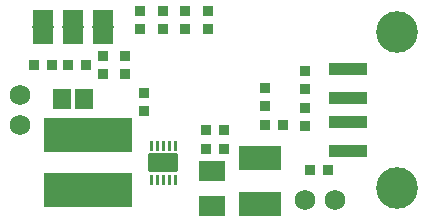
<source format=gts>
G75*
G70*
%OFA0B0*%
%FSLAX24Y24*%
%IPPOS*%
%LPD*%
%AMOC8*
5,1,8,0,0,1.08239X$1,22.5*
%
%ADD10R,0.0592X0.0671*%
%ADD11R,0.0380X0.0380*%
%ADD12R,0.0867X0.0671*%
%ADD13C,0.0680*%
%ADD14C,0.1390*%
%ADD15R,0.1261X0.0434*%
%ADD16R,0.2954X0.1123*%
%ADD17R,0.1419X0.0828*%
%ADD18R,0.0710X0.0540*%
%ADD19R,0.0720X0.0060*%
%ADD20C,0.0039*%
%ADD21C,0.0118*%
D10*
X002556Y004644D03*
X003304Y004644D03*
D11*
X003930Y005469D03*
X003355Y005769D03*
X002755Y005769D03*
X002230Y005769D03*
X001630Y005769D03*
X003930Y006069D03*
X004680Y006069D03*
X004680Y005469D03*
X005305Y004819D03*
X005305Y004219D03*
X007380Y003613D03*
X007980Y003613D03*
X009318Y003769D03*
X009918Y003769D03*
X010680Y003719D03*
X010680Y004319D03*
X010680Y004969D03*
X010680Y005569D03*
X009336Y005006D03*
X009336Y004406D03*
X007974Y002956D03*
X007374Y002956D03*
X010818Y002269D03*
X011418Y002269D03*
X007430Y006969D03*
X006680Y006969D03*
X005930Y006969D03*
X005180Y006969D03*
X005180Y007569D03*
X005930Y007569D03*
X006680Y007569D03*
X007430Y007569D03*
D12*
X007555Y002234D03*
X007555Y001053D03*
D13*
X010680Y001269D03*
X011680Y001269D03*
X001180Y003769D03*
X001180Y004769D03*
D14*
X013749Y006854D03*
X013749Y001684D03*
D15*
X012091Y002891D03*
X012091Y003875D03*
X012091Y004662D03*
X012091Y005647D03*
D16*
X003430Y001603D03*
X003430Y003434D03*
D17*
X009180Y002661D03*
X009180Y001126D03*
D18*
X003930Y006719D03*
X002930Y006719D03*
X001930Y006719D03*
X001930Y007319D03*
X002930Y007319D03*
X003930Y007319D03*
D19*
X003930Y007019D03*
X002930Y007019D03*
X001930Y007019D03*
D20*
X005497Y003247D02*
X005517Y003247D01*
X005517Y002952D01*
X005536Y002952D01*
X005536Y003247D01*
X005556Y003247D01*
X005556Y002952D01*
X005576Y002952D01*
X005576Y003247D01*
X005556Y003247D01*
X005536Y003247D02*
X005517Y003247D01*
X005497Y003247D02*
X005497Y002952D01*
X005517Y002952D01*
X005536Y002952D02*
X005556Y002952D01*
X005694Y002952D02*
X005713Y002952D01*
X005713Y003247D01*
X005733Y003247D01*
X005733Y002952D01*
X005753Y002952D01*
X005753Y003247D01*
X005773Y003247D01*
X005773Y002952D01*
X005753Y002952D01*
X005733Y002952D02*
X005713Y002952D01*
X005694Y002952D02*
X005694Y003247D01*
X005713Y003247D01*
X005733Y003247D02*
X005753Y003247D01*
X005891Y003247D02*
X005910Y003247D01*
X005910Y002952D01*
X005930Y002952D01*
X005930Y003247D01*
X005950Y003247D01*
X005950Y002952D01*
X005969Y002952D01*
X005969Y003247D01*
X005950Y003247D01*
X005930Y003247D02*
X005910Y003247D01*
X005891Y003247D02*
X005891Y002952D01*
X005910Y002952D01*
X005930Y002952D02*
X005950Y002952D01*
X006087Y002952D02*
X006107Y002952D01*
X006107Y003247D01*
X006127Y003247D01*
X006127Y002952D01*
X006147Y002952D01*
X006147Y003247D01*
X006166Y003247D01*
X006166Y002952D01*
X006147Y002952D01*
X006127Y002952D02*
X006107Y002952D01*
X006087Y002952D02*
X006087Y003247D01*
X006107Y003247D01*
X006127Y003247D02*
X006147Y003247D01*
X006284Y003247D02*
X006304Y003247D01*
X006304Y002952D01*
X006324Y002952D01*
X006324Y003247D01*
X006343Y003247D01*
X006343Y002952D01*
X006363Y002952D01*
X006363Y003247D01*
X006343Y003247D01*
X006324Y003247D02*
X006304Y003247D01*
X006284Y003247D02*
X006284Y002952D01*
X006304Y002952D01*
X006324Y002952D02*
X006343Y002952D01*
X006343Y002086D02*
X006343Y001790D01*
X006363Y001790D01*
X006363Y002086D01*
X006343Y002086D01*
X006324Y002086D01*
X006324Y001790D01*
X006343Y001790D01*
X006324Y001790D02*
X006304Y001790D01*
X006304Y002086D01*
X006324Y002086D01*
X006304Y002086D02*
X006284Y002086D01*
X006284Y001790D01*
X006304Y001790D01*
X006166Y001790D02*
X006166Y002086D01*
X006147Y002086D01*
X006147Y001790D01*
X006166Y001790D01*
X006147Y001790D02*
X006127Y001790D01*
X006127Y002086D01*
X006147Y002086D01*
X006127Y002086D02*
X006107Y002086D01*
X006107Y001790D01*
X006127Y001790D01*
X006107Y001790D02*
X006087Y001790D01*
X006087Y002086D01*
X006107Y002086D01*
X005969Y002086D02*
X005969Y001790D01*
X005950Y001790D01*
X005950Y002086D01*
X005969Y002086D01*
X005950Y002086D02*
X005930Y002086D01*
X005930Y001790D01*
X005950Y001790D01*
X005930Y001790D02*
X005910Y001790D01*
X005910Y002086D01*
X005930Y002086D01*
X005910Y002086D02*
X005891Y002086D01*
X005891Y001790D01*
X005910Y001790D01*
X005773Y001790D02*
X005773Y002086D01*
X005753Y002086D01*
X005753Y001790D01*
X005773Y001790D01*
X005753Y001790D02*
X005733Y001790D01*
X005733Y002086D01*
X005753Y002086D01*
X005733Y002086D02*
X005713Y002086D01*
X005713Y001790D01*
X005733Y001790D01*
X005713Y001790D02*
X005694Y001790D01*
X005694Y002086D01*
X005713Y002086D01*
X005576Y002086D02*
X005576Y001790D01*
X005556Y001790D01*
X005556Y002086D01*
X005576Y002086D01*
X005556Y002086D02*
X005536Y002086D01*
X005536Y001790D01*
X005556Y001790D01*
X005536Y001790D02*
X005517Y001790D01*
X005517Y002086D01*
X005536Y002086D01*
X005517Y002086D02*
X005497Y002086D01*
X005497Y001790D01*
X005517Y001790D01*
D21*
X005497Y002283D02*
X005497Y002342D01*
X006363Y002342D01*
X006363Y002401D01*
X005497Y002401D01*
X005497Y002460D01*
X006363Y002460D01*
X006363Y002519D01*
X005497Y002519D01*
X005497Y002578D01*
X006363Y002578D01*
X006363Y002637D01*
X005497Y002637D01*
X005497Y002696D01*
X006363Y002696D01*
X006363Y002637D02*
X006363Y002755D01*
X005497Y002755D01*
X005497Y002696D01*
X005497Y002637D02*
X005497Y002578D01*
X005497Y002519D02*
X005497Y002460D01*
X005497Y002401D02*
X005497Y002342D01*
X005497Y002283D02*
X006363Y002283D01*
X006363Y002342D01*
X006363Y002401D02*
X006363Y002460D01*
X006363Y002519D02*
X006363Y002578D01*
M02*

</source>
